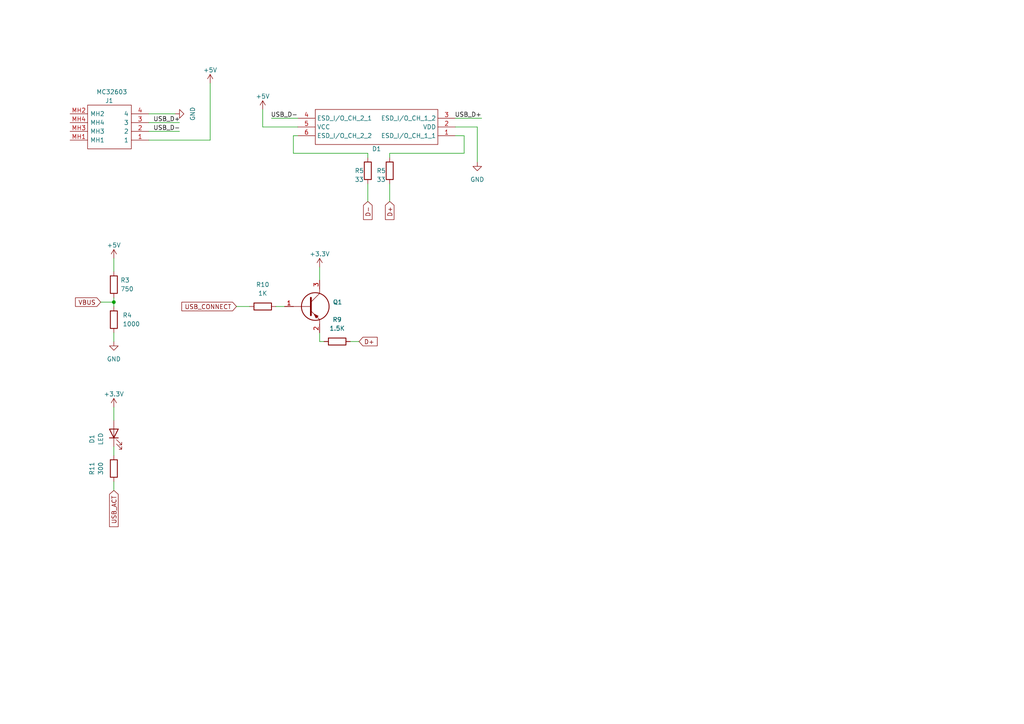
<source format=kicad_sch>
(kicad_sch (version 20230121) (generator eeschema)
  (paper "A4")
  (lib_symbols
    (symbol "0_library_loader:BC856A,215" (pin_names (offset 0.762))
      (property "Reference" "Q" (at 13.97 1.27 0))
      (property "Value" "BC856A,215" (at 13.97 -1.27 0))
      (symbol "BC856A,215_0_0"
        (pin input line (at 0 0 0) (length 2.54) (name "~") (number "1"))
        (pin output line (at 10.16 -7.62 90) (length 2.54) (name "~") (number "2"))
        (pin input line (at 10.16 7.62 270) (length 2.54) (name "~") (number "3"))
      )
      (symbol "BC856A,215_0_1"
        (polyline (pts (xy 2.54 0) (xy 7.62 0)) (stroke (width 0.1524)))
        (polyline (pts (xy 7.62 -1.27) (xy 10.16 -3.81)) (stroke (width 0.1524)))
        (polyline (pts (xy 7.62 1.27) (xy 10.16 3.81)) (stroke (width 0.1524)))
        (polyline (pts (xy 7.62 2.54) (xy 7.62 -2.54)) (stroke (width 0.508)))
        (polyline (pts (xy 10.16 -3.81) (xy 10.16 -5.08)) (stroke (width 0.1524)))
        (polyline (pts (xy 10.16 3.81) (xy 10.16 5.08)) (stroke (width 0.1524)))
        (polyline (pts (xy 9.652 -2.794) (xy 9.144 -3.302) (xy 8.636 -2.286) (xy 9.652 -2.794)) (stroke (width 0.254)) (fill (type outline)))
        (circle (center 8.89 0) (radius 4.0132) (stroke (width 0.254)))
      )
    )
    (symbol "Device:LED" (pin_numbers hide) (pin_names (offset 1.016) hide)
      (property "Reference" "D" (at 0 2.54 0))
      (property "Value" "LED" (at 0 -2.54 0))
      (symbol "LED_0_1"
        (polyline (pts (xy -1.27 -1.27) (xy -1.27 1.27)) (stroke (width 0.254)))
        (polyline (pts (xy -1.27 0) (xy 1.27 0)))
        (polyline (pts (xy 1.27 -1.27) (xy 1.27 1.27) (xy -1.27 0) (xy 1.27 -1.27)) (stroke (width 0.254)))
        (polyline (pts (xy -3.048 -0.762) (xy -4.572 -2.286) (xy -3.81 -2.286) (xy -4.572 -2.286) (xy -4.572 -1.524)))
        (polyline (pts (xy -1.778 -0.762) (xy -3.302 -2.286) (xy -2.54 -2.286) (xy -3.302 -2.286) (xy -3.302 -1.524)))
      )
      (symbol "LED_1_1"
        (pin passive line (at -3.81 0 0) (length 2.54) (name "K") (number "1"))
        (pin passive line (at 3.81 0 180) (length 2.54) (name "A") (number "2"))
      )
    )
    (symbol "Device:R" (pin_numbers hide) (pin_names (offset 0))
      (property "Reference" "R" (at 2.032 0 90))
      (property "Value" "R" (at 0 0 90))
      (symbol "R_0_1"
        (rectangle (start -1.016 -2.54) (end 1.016 2.54) (stroke (width 0.254)))
      )
      (symbol "R_1_1"
        (pin passive line (at 0 3.81 270) (length 1.27) (name "~") (number "1"))
        (pin passive line (at 0 -3.81 90) (length 1.27) (name "~") (number "2"))
      )
    )
    (symbol "_SamacSys:MC32603" (pin_names (offset 0.762))
      (property "Reference" "J" (at 19.05 7.62 0))
      (property "Value" "MC32603" (at 19.05 5.08 0))
      (symbol "MC32603_0_0"
        (pin passive line (at 22.86 -7.62 180) (length 5.08) (name "1") (number "1"))
        (pin passive line (at 22.86 -5.08 180) (length 5.08) (name "2") (number "2"))
        (pin passive line (at 22.86 -2.54 180) (length 5.08) (name "3") (number "3"))
        (pin passive line (at 22.86 0 180) (length 5.08) (name "4") (number "4"))
        (pin passive line (at 0 -7.62 0) (length 5.08) (name "MH1") (number "MH1"))
        (pin passive line (at 0 0 0) (length 5.08) (name "MH2") (number "MH2"))
        (pin passive line (at 0 -5.08 0) (length 5.08) (name "MH3") (number "MH3"))
        (pin passive line (at 0 -2.54 0) (length 5.08) (name "MH4") (number "MH4"))
      )
      (symbol "MC32603_0_1"
        (polyline (pts (xy 5.08 2.54) (xy 17.78 2.54) (xy 17.78 -10.16) (xy 5.08 -10.16) (xy 5.08 2.54)) (stroke (width 0.1524)))
      )
    )
    (symbol "_itz:IP4234CZ6,125"
      (property "Reference" "U" (at 21.59 0 0))
      (symbol "IP4234CZ6,125_0_1"
        (polyline (pts (xy -17.78 5.08) (xy 17.78 5.08) (xy 17.78 -5.08) (xy -17.78 -5.08) (xy -17.78 5.08)) (stroke (width 0.1524)))
      )
      (symbol "IP4234CZ6,125_1_0"
        (pin passive line (at -22.86 2.54 0) (length 5.08) (name "ESD_I/O_CH_1_1") (number "1"))
        (pin passive line (at -22.86 0 0) (length 5.08) (name "VDD") (number "2"))
        (pin passive line (at -22.86 -2.54 0) (length 5.08) (name "ESD_I/O_CH_1_2") (number "3"))
        (pin passive line (at 22.86 -2.54 180) (length 5.08) (name "ESD_I/O_CH_2_1") (number "4"))
        (pin passive line (at 22.86 0 180) (length 5.08) (name "VCC") (number "5"))
        (pin passive line (at 22.86 2.54 180) (length 5.08) (name "ESD_I/O_CH_2_2") (number "6"))
      )
    )
    (symbol "power:+3.3V" (power) (pin_names (offset 0))
      (property "Value" "+3.3V" (at 0 3.556 0))
      (symbol "+3.3V_0_1"
        (polyline (pts (xy -0.762 1.27) (xy 0 2.54)))
        (polyline (pts (xy 0 0) (xy 0 2.54)))
        (polyline (pts (xy 0 2.54) (xy 0.762 1.27)))
      )
      (symbol "+3.3V_1_1"
        (pin power_in line (at 0 0 90) (length 0) hide (name "+3.3V") (number "1"))
      )
    )
    (symbol "power:+5V" (power) (pin_names (offset 0))
      (property "Value" "+5V" (at 0 3.556 0))
      (symbol "+5V_0_1"
        (polyline (pts (xy -0.762 1.27) (xy 0 2.54)))
        (polyline (pts (xy 0 0) (xy 0 2.54)))
        (polyline (pts (xy 0 2.54) (xy 0.762 1.27)))
      )
      (symbol "+5V_1_1"
        (pin power_in line (at 0 0 90) (length 0) hide (name "+5V") (number "1"))
      )
    )
    (symbol "power:GND" (power) (pin_names (offset 0))
      (property "Value" "GND" (at 0 -3.81 0))
      (symbol "GND_0_1"
        (polyline (pts (xy 0 0) (xy 0 -1.27) (xy 1.27 -1.27) (xy 0 -2.54) (xy -1.27 -1.27) (xy 0 -1.27)))
      )
      (symbol "GND_1_1"
        (pin power_in line (at 0 0 270) (length 0) hide (name "GND") (number "1"))
      )
    )
  )
  (junction (at 33.02 87.63))
  (wire (pts (xy 134.62 39.37) (xy 132.08 39.37)))
  (wire (pts (xy 68.58 88.9) (xy 72.39 88.9)))
  (wire (pts (xy 33.02 96.52) (xy 33.02 99.06)))
  (wire (pts (xy 106.68 44.45) (xy 85.09 44.45)))
  (wire (pts (xy 86.36 36.83) (xy 76.2 36.83)))
  (wire (pts (xy 106.68 53.34) (xy 106.68 58.42)))
  (wire (pts (xy 85.09 39.37) (xy 86.36 39.37)))
  (wire (pts (xy 29.21 87.63) (xy 33.02 87.63)))
  (wire (pts (xy 85.09 44.45) (xy 85.09 39.37)))
  (wire (pts (xy 33.02 121.92) (xy 33.02 118.11)))
  (wire (pts (xy 60.96 40.64) (xy 43.18 40.64)))
  (wire (pts (xy 138.43 36.83) (xy 132.08 36.83)))
  (wire (pts (xy 113.03 44.45) (xy 134.62 44.45)))
  (wire (pts (xy 134.62 39.37) (xy 134.62 44.45)))
  (wire (pts (xy 43.18 35.56) (xy 52.07 35.56)))
  (wire (pts (xy 33.02 132.08) (xy 33.02 129.54)))
  (wire (pts (xy 92.71 99.06) (xy 93.98 99.06)))
  (wire (pts (xy 78.74 34.29) (xy 86.36 34.29)))
  (wire (pts (xy 76.2 31.75) (xy 76.2 36.83)))
  (wire (pts (xy 92.71 81.28) (xy 92.71 77.47)))
  (wire (pts (xy 101.6 99.06) (xy 104.14 99.06)))
  (wire (pts (xy 33.02 86.36) (xy 33.02 87.63)))
  (wire (pts (xy 92.71 96.52) (xy 92.71 99.06)))
  (wire (pts (xy 33.02 74.93) (xy 33.02 78.74)))
  (wire (pts (xy 33.02 142.24) (xy 33.02 139.7)))
  (wire (pts (xy 80.01 88.9) (xy 82.55 88.9)))
  (wire (pts (xy 139.7 34.29) (xy 132.08 34.29)))
  (wire (pts (xy 106.68 45.72) (xy 106.68 44.45)))
  (wire (pts (xy 113.03 45.72) (xy 113.03 44.45)))
  (wire (pts (xy 60.96 24.13) (xy 60.96 40.64)))
  (wire (pts (xy 33.02 87.63) (xy 33.02 88.9)))
  (wire (pts (xy 43.18 38.1) (xy 52.07 38.1)))
  (wire (pts (xy 138.43 46.99) (xy 138.43 36.83)))
  (wire (pts (xy 113.03 53.34) (xy 113.03 58.42)))
  (wire (pts (xy 43.18 33.02) (xy 50.8 33.02)))
  (label "USB_D-" (at 86.36 34.29 180))
  (label "USB_D+" (at 44.45 35.56 0))
  (label "USB_D+" (at 139.7 34.29 180))
  (label "USB_D-" (at 44.45 38.1 0))
  (global_label "USB_CONNECT" (shape input) (at 68.58 88.9 180) (property "Intersheetrefs" "${INTERSHEET_REFS}" (effects hide)))
  (global_label "VBUS" (shape input) (at 29.21 87.63 180) (property "Intersheetrefs" "${INTERSHEET_REFS}" (effects hide)))
  (global_label "D+" (shape input) (at 113.03 58.42 270) (property "Intersheetrefs" "${INTERSHEET_REFS}" (effects hide)))
  (global_label "D+" (shape input) (at 104.14 99.06 0) (property "Intersheetrefs" "${INTERSHEET_REFS}" (effects hide)))
  (global_label "USB_ACT" (shape input) (at 33.02 142.24 270) (property "Intersheetrefs" "${INTERSHEET_REFS}" (effects hide)))
  (global_label "D-" (shape input) (at 106.68 58.42 270) (property "Intersheetrefs" "${INTERSHEET_REFS}" (effects hide)))
  (symbol (lib_id "power:+5V") (at 33.02 74.93 0) (unit 1)
    (property "Reference" "#PWR06" (effects hide))
    (property "Value" "+5V" (at 33.02 71.12 0))
    (instances (project "lpc1756_totp" (path "" (reference "#PWR06") (unit 1)) (path "" (reference "#PWR05") (unit 1))))
  )
  (symbol (lib_id "power:GND") (at 138.43 46.99 0) (unit 1)
    (property "Reference" "#PWR05" (effects hide))
    (property "Value" "GND" (at 138.43 52.07 0))
    (instances (project "lpc1756_totp" (path "" (reference "#PWR05") (unit 1)) (path "" (reference "#PWR04") (unit 1))))
  )
  (symbol (lib_id "Device:R") (at 97.79 99.06 270) (unit 1)
    (property "Reference" "R9" (at 97.79 92.71 90))
    (property "Value" "1.5K" (at 97.79 95.25 90))
    (property "Footprint" "Resistor_SMD:R_0603_1608Metric" (effects hide))
    (instances (project "lpc1756_usb" (path "" (reference "R9") (unit 1))) (project "lpc1756_totp" (path "" (reference "R8") (unit 1))))
  )
  (symbol (lib_id "Device:R") (at 113.03 49.53 0) (unit 1)
    (property "Reference" "R5" (at 109.22 49.53 0) (effects (justify left)))
    (property "Value" "33" (at 109.22 52.07 0) (effects (justify left)))
    (property "Footprint" "Resistor_SMD:R_0603_1608Metric" (effects hide))
    (instances (project "lpc1756_usb" (path "" (reference "R5") (unit 1))) (project "lpc1756_totp" (path "" (reference "R3") (unit 1)) (path "" (reference "R2") (unit 1))))
  )
  (symbol (lib_id "_SamacSys:MC32603") (at 20.32 33.02 0) (unit 1)
    (property "Reference" "J1" (at 30.48 29.21 0) (effects (justify left)))
    (property "Value" "MC32603" (at 27.94 26.67 0) (effects (justify left)))
    (property "Footprint" "_SamacSys:MC32603" (effects hide))
    (property "Datasheet" "https://www.farnell.com/datasheets/1673631.pdf" (effects hide))
    (property "Description" "Conn USB Type A PL 4 POS Solder RA Thru-Hole 4 Terminal 1 Port" (effects hide))
    (property "Height" "4.5" (effects hide))
    (property "Manufacturer_Name" "Multi Comp Pro" (effects hide))
    (property "Manufacturer_Part_Number" "MC32603" (effects hide))
  )
  (symbol (lib_id "power:+3.3V") (at 92.71 77.47 0) (unit 1)
    (property "Reference" "#PWR032" (effects hide))
    (property "Value" "+3.3V" (at 92.71 73.66 0))
  )
  (symbol (lib_id "0_library_loader:BC856A,215") (at 82.55 88.9 0) (unit 1)
    (property "Reference" "Q1" (at 96.52 87.6299 0) (effects (justify left)))
    (property "Value" "BC856A,215" (effects hide))
    (property "Footprint" "_SamacSys:SOT95P230X110-3N" (effects hide))
    (property "Datasheet" "https://assets.nexperia.com/documents/data-sheet/BC856_BC857_BC858.pdf" (effects hide))
    (property "Description" "BC856; BC857; BC858 - PNP general purpose transistors" (effects hide))
    (property "Height" "1.1" (effects hide))
    (property "Manufacturer_Name" "Nexperia" (effects hide))
    (property "Manufacturer_Part_Number" "BC856A,215" (effects hide))
  )
  (symbol (lib_id "Device:R") (at 106.68 49.53 0) (unit 1)
    (property "Reference" "R5" (at 102.87 49.53 0) (effects (justify left)))
    (property "Value" "33" (at 102.87 52.07 0) (effects (justify left)))
    (property "Footprint" "Resistor_SMD:R_0603_1608Metric" (effects hide))
    (instances (project "lpc1756_usb" (path "" (reference "R5") (unit 1))) (project "lpc1756_totp" (path "" (reference "R4") (unit 1)) (path "" (reference "R1") (unit 1))))
  )
  (symbol (lib_id "power:+5V") (at 60.96 24.13 0) (unit 1)
    (property "Reference" "#PWR03" (effects hide))
    (property "Value" "+5V" (at 60.96 20.32 0))
    (instances (project "lpc1756_totp" (path "" (reference "#PWR03") (unit 1)) (path "" (reference "#PWR01") (unit 1))))
  )
  (symbol (lib_id "Device:R") (at 33.02 135.89 180) (unit 1)
    (property "Reference" "R11" (at 26.67 135.89 90))
    (property "Value" "300" (at 29.21 135.89 90))
    (property "Footprint" "Resistor_SMD:R_0603_1608Metric" (effects hide))
    (instances (project "lpc1756_usb" (path "" (reference "R11") (unit 1))) (project "lpc1756_totp" (path "" (reference "R5") (unit 1)) (path "" (reference "R3") (unit 1))))
  )
  (symbol (lib_id "_itz:IP4234CZ6,125") (at 109.22 36.83 180) (unit 1)
    (property "Reference" "D1" (at 109.22 43.18 0))
    (property "Value" "IP4234CZ6,125" (effects hide))
    (property "Footprint" "_SamacSys:SOP95P275X110-6N" (effects hide))
  )
  (symbol (lib_id "Device:R") (at 33.02 92.71 0) (unit 1)
    (property "Reference" "R4" (at 35.56 91.4399 0) (effects (justify left)))
    (property "Value" "1000" (at 35.56 93.9799 0) (effects (justify left)))
    (property "Footprint" "Resistor_SMD:R_0603_1608Metric" (effects hide))
    (instances (project "lpc1756_usb" (path "" (reference "R4") (unit 1))) (project "lpc1756_totp" (path "" (reference "R2") (unit 1)) (path "" (reference "R5") (unit 1))))
  )
  (symbol (lib_id "Device:R") (at 33.02 82.55 0) (unit 1)
    (property "Reference" "R3" (at 34.925 81.2799 0) (effects (justify left)))
    (property "Value" "750" (at 34.925 83.8199 0) (effects (justify left)))
    (property "Footprint" "Resistor_SMD:R_0603_1608Metric" (effects hide))
    (instances (project "lpc1756_usb" (path "" (reference "R3") (unit 1))) (project "lpc1756_totp" (path "" (reference "R1") (unit 1)) (path "" (reference "R4") (unit 1))))
  )
  (symbol (lib_id "Device:R") (at 76.2 88.9 270) (unit 1)
    (property "Reference" "R10" (at 76.2 82.55 90))
    (property "Value" "1K" (at 76.2 85.09 90))
    (property "Footprint" "Resistor_SMD:R_0603_1608Metric" (effects hide))
    (instances (project "lpc1756_usb" (path "" (reference "R10") (unit 1))) (project "lpc1756_totp" (path "" (reference "R7") (unit 1))))
  )
  (symbol (lib_id "power:+3.3V") (at 33.02 118.11 0) (unit 1)
    (property "Reference" "#PWR033" (effects hide))
    (property "Value" "+3.3V" (at 33.02 114.3 0))
  )
  (symbol (lib_id "power:GND") (at 33.02 99.06 0) (unit 1)
    (property "Reference" "#PWR01" (effects hide))
    (property "Value" "GND" (at 33.02 104.14 0))
    (instances (project "lpc1756_totp" (path "" (reference "#PWR01") (unit 1)) (path "" (reference "#PWR06") (unit 1))))
  )
  (symbol (lib_id "power:GND") (at 50.8 33.02 90) (unit 1)
    (property "Reference" "#PWR02" (effects hide))
    (property "Value" "GND" (at 55.88 33.02 0))
  )
  (symbol (lib_id "power:+5V") (at 76.2 31.75 0) (unit 1)
    (property "Reference" "#PWR04" (effects hide))
    (property "Value" "+5V" (at 76.2 27.94 0))
    (instances (project "lpc1756_totp" (path "" (reference "#PWR04") (unit 1)) (path "" (reference "#PWR03") (unit 1))))
  )
  (symbol (lib_id "Device:LED") (at 33.02 125.73 90) (unit 1)
    (property "Reference" "D1" (at 26.67 127.3175 0))
    (property "Value" "LED" (at 29.21 127.3175 0))
    (property "Footprint" "LED_SMD:LED_0805_2012Metric" (effects hide))
    (instances (project "lpc1756_usb" (path "" (reference "D1") (unit 1))) (project "lpc1756_totp" (path "" (reference "D2") (unit 1)) (path "" (reference "D2") (unit 1))))
  )
)
</source>
